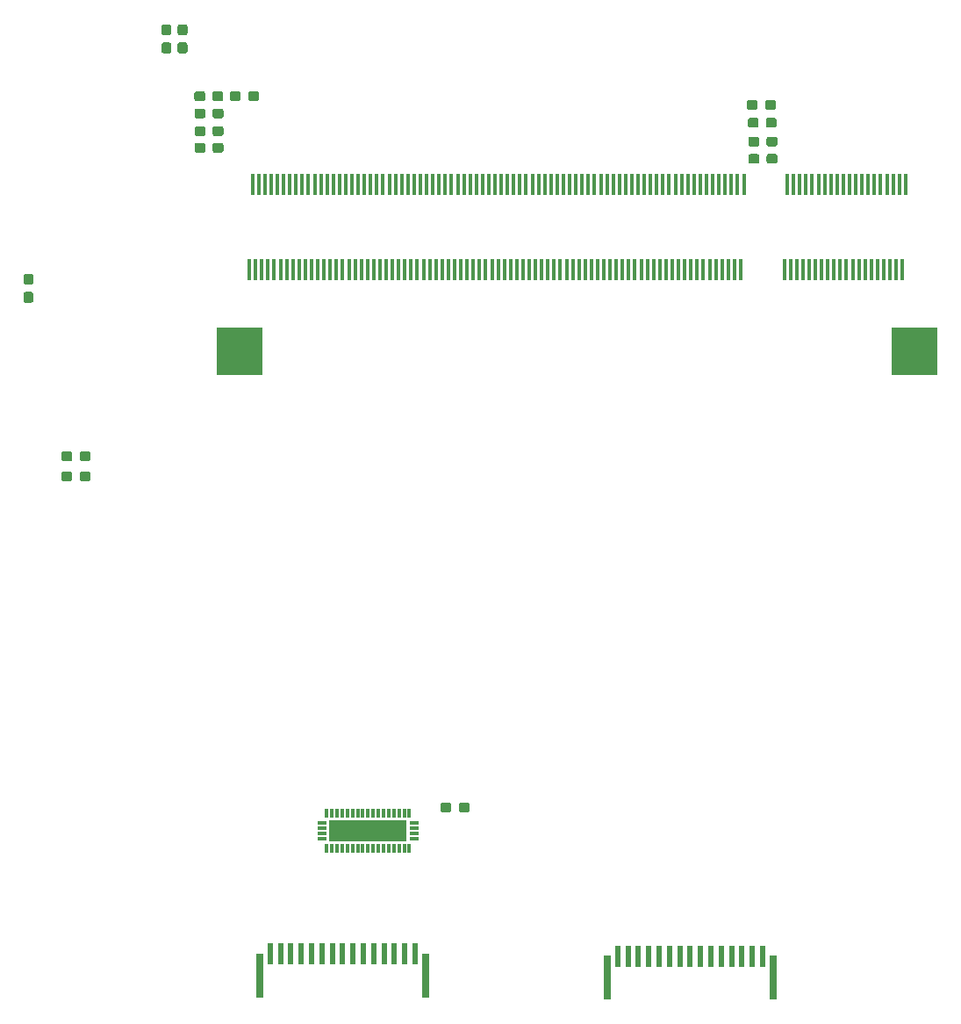
<source format=gbr>
%TF.GenerationSoftware,KiCad,Pcbnew,(5.0.1)-4*%
%TF.CreationDate,2019-03-02T12:31:19+00:00*%
%TF.ProjectId,camera module,63616D657261206D6F64756C652E6B69,rev?*%
%TF.SameCoordinates,Original*%
%TF.FileFunction,Paste,Top*%
%TF.FilePolarity,Positive*%
%FSLAX46Y46*%
G04 Gerber Fmt 4.6, Leading zero omitted, Abs format (unit mm)*
G04 Created by KiCad (PCBNEW (5.0.1)-4) date 02/03/2019 12:31:19*
%MOMM*%
%LPD*%
G01*
G04 APERTURE LIST*
%ADD10R,0.350000X2.000000*%
%ADD11R,4.500000X4.600000*%
%ADD12R,0.700000X4.200000*%
%ADD13R,0.600000X2.000000*%
%ADD14R,0.304800X0.812800*%
%ADD15R,0.812800X0.304800*%
%ADD16R,7.543800X2.057400*%
%ADD17C,0.100000*%
%ADD18C,0.950000*%
G04 APERTURE END LIST*
D10*
X136000000Y-54850000D03*
X135700000Y-63050000D03*
X135400000Y-54850000D03*
X135100000Y-63050000D03*
X134800000Y-54850000D03*
X134500000Y-63050000D03*
X134200000Y-54850000D03*
X133900000Y-63050000D03*
X133600000Y-54850000D03*
X133300000Y-63050000D03*
X133000000Y-54850000D03*
X132700000Y-63050000D03*
X132400000Y-54850000D03*
X132100000Y-63050000D03*
X131800000Y-54850000D03*
X131500000Y-63050000D03*
X131200000Y-54850000D03*
X130900000Y-63050000D03*
X130600000Y-54850000D03*
X130300000Y-63050000D03*
X130000000Y-54850000D03*
X129700000Y-63050000D03*
X129400000Y-54850000D03*
X129100000Y-63050000D03*
X128800000Y-54850000D03*
X128500000Y-63050000D03*
X128200000Y-54850000D03*
X127900000Y-63050000D03*
X127600000Y-54850000D03*
X127300000Y-63050000D03*
X127000000Y-54850000D03*
X126700000Y-63050000D03*
X126400000Y-54850000D03*
X126100000Y-63050000D03*
X125800000Y-54850000D03*
X125500000Y-63050000D03*
X125200000Y-54850000D03*
X124900000Y-63050000D03*
X124600000Y-54850000D03*
X124300000Y-63050000D03*
X120400000Y-54850000D03*
X120100000Y-63050000D03*
X119800000Y-54850000D03*
X119500000Y-63050000D03*
X119200000Y-54850000D03*
X118900000Y-63050000D03*
X118600000Y-54850000D03*
X118300000Y-63050000D03*
X118000000Y-54850000D03*
X117700000Y-63050000D03*
X117400000Y-54850000D03*
X117100000Y-63050000D03*
X116800000Y-54850000D03*
X116500000Y-63050000D03*
X116200000Y-54850000D03*
X115900000Y-63050000D03*
X115600000Y-54850000D03*
X115300000Y-63050000D03*
X115000000Y-54850000D03*
X114700000Y-63050000D03*
X114400000Y-54850000D03*
X114100000Y-63050000D03*
X113800000Y-54850000D03*
X113500000Y-63050000D03*
X113200000Y-54850000D03*
X112900000Y-63050000D03*
X112600000Y-54850000D03*
X112300000Y-63050000D03*
X112000000Y-54850000D03*
X111700000Y-63050000D03*
X111400000Y-54850000D03*
X111100000Y-63050000D03*
X110800000Y-54850000D03*
X110500000Y-63050000D03*
X110200000Y-54850000D03*
X109900000Y-63050000D03*
X109600000Y-54850000D03*
X109300000Y-63050000D03*
X109000000Y-54850000D03*
X108700000Y-63050000D03*
X108400000Y-54850000D03*
X108100000Y-63050000D03*
X107800000Y-54850000D03*
X107500000Y-63050000D03*
X107200000Y-54850000D03*
X106900000Y-63050000D03*
X106600000Y-54850000D03*
X106300000Y-63050000D03*
X106000000Y-54850000D03*
X105700000Y-63050000D03*
X105400000Y-54850000D03*
X105100000Y-63050000D03*
X104800000Y-54850000D03*
X104500000Y-63050000D03*
X104200000Y-54850000D03*
X103900000Y-63050000D03*
X103600000Y-54850000D03*
X103300000Y-63050000D03*
X103000000Y-54850000D03*
X102700000Y-63050000D03*
X102400000Y-54850000D03*
X102100000Y-63050000D03*
X101800000Y-54850000D03*
X101500000Y-63050000D03*
X101200000Y-54850000D03*
X100900000Y-63050000D03*
X100600000Y-54850000D03*
X100300000Y-63050000D03*
X100000000Y-54850000D03*
X99700000Y-63050000D03*
X99400000Y-54850000D03*
X99100000Y-63050000D03*
X98800000Y-54850000D03*
X98500000Y-63050000D03*
X98200000Y-54850000D03*
X97900000Y-63050000D03*
X97600000Y-54850000D03*
X97300000Y-63050000D03*
X97000000Y-54850000D03*
X96700000Y-63050000D03*
X96400000Y-54850000D03*
X96100000Y-63050000D03*
X95800000Y-54850000D03*
X95500000Y-63050000D03*
X95200000Y-54850000D03*
X94900000Y-63050000D03*
X94600000Y-54850000D03*
X94300000Y-63050000D03*
X94000000Y-54850000D03*
X93700000Y-63050000D03*
X93400000Y-54850000D03*
X93100000Y-63050000D03*
X92800000Y-54850000D03*
X92500000Y-63050000D03*
X92200000Y-54850000D03*
X91900000Y-63050000D03*
X91600000Y-54850000D03*
X91300000Y-63050000D03*
X91000000Y-54850000D03*
X90700000Y-63050000D03*
X90400000Y-54850000D03*
X90100000Y-63050000D03*
X89800000Y-54850000D03*
X89500000Y-63050000D03*
X89200000Y-54850000D03*
X88900000Y-63050000D03*
X88600000Y-54850000D03*
X88300000Y-63050000D03*
X88000000Y-54850000D03*
X87700000Y-63050000D03*
X87400000Y-54850000D03*
X87100000Y-63050000D03*
X86800000Y-54850000D03*
X86500000Y-63050000D03*
X86200000Y-54850000D03*
X85900000Y-63050000D03*
X85600000Y-54850000D03*
X85300000Y-63050000D03*
X85000000Y-54850000D03*
X84700000Y-63050000D03*
X84400000Y-54850000D03*
X84100000Y-63050000D03*
X83800000Y-54850000D03*
X83500000Y-63050000D03*
X83200000Y-54850000D03*
X82900000Y-63050000D03*
X82600000Y-54850000D03*
X82300000Y-63050000D03*
X82000000Y-54850000D03*
X81700000Y-63050000D03*
X81400000Y-54850000D03*
X81100000Y-63050000D03*
X80800000Y-54850000D03*
X80500000Y-63050000D03*
X80200000Y-54850000D03*
X79900000Y-63050000D03*
X79600000Y-54850000D03*
X79300000Y-63050000D03*
X79000000Y-54850000D03*
X78700000Y-63050000D03*
X78400000Y-54850000D03*
X78100000Y-63050000D03*
X77800000Y-54850000D03*
X77500000Y-63050000D03*
X77200000Y-54850000D03*
X76900000Y-63050000D03*
X76600000Y-54850000D03*
X76300000Y-63050000D03*
X76000000Y-54850000D03*
X75700000Y-63050000D03*
X75400000Y-54850000D03*
X75100000Y-63050000D03*
X74800000Y-54850000D03*
X74500000Y-63050000D03*
X74200000Y-54850000D03*
X73900000Y-63050000D03*
X73600000Y-54850000D03*
X73300000Y-63050000D03*
X73000000Y-54850000D03*
X72700000Y-63050000D03*
D11*
X71800000Y-70950000D03*
X136900000Y-70950000D03*
D12*
X89700000Y-131125000D03*
X73700000Y-131125000D03*
D13*
X88700000Y-129025000D03*
X87700000Y-129025000D03*
X86700000Y-129025000D03*
X85700000Y-129025000D03*
X84700000Y-129025000D03*
X83700000Y-129025000D03*
X82700000Y-129025000D03*
X81700000Y-129025000D03*
X80700000Y-129025000D03*
X79700000Y-129025000D03*
X78700000Y-129025000D03*
X77700000Y-129025000D03*
X76700000Y-129025000D03*
X75700000Y-129025000D03*
X74700000Y-129025000D03*
D14*
X88137800Y-115423200D03*
X87655200Y-115423200D03*
X87147200Y-115423200D03*
X86639200Y-115423200D03*
X86156600Y-115423200D03*
X85648600Y-115423200D03*
X85140600Y-115423200D03*
X84658000Y-115423200D03*
X84150000Y-115423200D03*
X83642000Y-115423200D03*
X83159400Y-115423200D03*
X82651400Y-115423200D03*
X82143400Y-115423200D03*
X81660800Y-115423200D03*
X81152800Y-115423200D03*
X80644800Y-115423200D03*
X80162200Y-115423200D03*
D15*
X79705000Y-116363000D03*
X79705000Y-116871000D03*
X79705000Y-117379000D03*
X79705000Y-117887000D03*
D14*
X80162200Y-118826800D03*
X80644800Y-118826800D03*
X81152800Y-118826800D03*
X81660800Y-118826800D03*
X82143400Y-118826800D03*
X82651400Y-118826800D03*
X83159400Y-118826800D03*
X83642000Y-118826800D03*
X84150000Y-118826800D03*
X84658000Y-118826800D03*
X85140600Y-118826800D03*
X85648600Y-118826800D03*
X86156600Y-118826800D03*
X86639200Y-118826800D03*
X87147200Y-118826800D03*
X87655200Y-118826800D03*
X88137800Y-118826800D03*
D15*
X88595000Y-117887000D03*
X88595000Y-117379000D03*
X88595000Y-116871000D03*
X88595000Y-116363000D03*
D16*
X84150000Y-117125000D03*
D17*
G36*
X68235779Y-47516144D02*
X68258834Y-47519563D01*
X68281443Y-47525227D01*
X68303387Y-47533079D01*
X68324457Y-47543044D01*
X68344448Y-47555026D01*
X68363168Y-47568910D01*
X68380438Y-47584562D01*
X68396090Y-47601832D01*
X68409974Y-47620552D01*
X68421956Y-47640543D01*
X68431921Y-47661613D01*
X68439773Y-47683557D01*
X68445437Y-47706166D01*
X68448856Y-47729221D01*
X68450000Y-47752500D01*
X68450000Y-48227500D01*
X68448856Y-48250779D01*
X68445437Y-48273834D01*
X68439773Y-48296443D01*
X68431921Y-48318387D01*
X68421956Y-48339457D01*
X68409974Y-48359448D01*
X68396090Y-48378168D01*
X68380438Y-48395438D01*
X68363168Y-48411090D01*
X68344448Y-48424974D01*
X68324457Y-48436956D01*
X68303387Y-48446921D01*
X68281443Y-48454773D01*
X68258834Y-48460437D01*
X68235779Y-48463856D01*
X68212500Y-48465000D01*
X67637500Y-48465000D01*
X67614221Y-48463856D01*
X67591166Y-48460437D01*
X67568557Y-48454773D01*
X67546613Y-48446921D01*
X67525543Y-48436956D01*
X67505552Y-48424974D01*
X67486832Y-48411090D01*
X67469562Y-48395438D01*
X67453910Y-48378168D01*
X67440026Y-48359448D01*
X67428044Y-48339457D01*
X67418079Y-48318387D01*
X67410227Y-48296443D01*
X67404563Y-48273834D01*
X67401144Y-48250779D01*
X67400000Y-48227500D01*
X67400000Y-47752500D01*
X67401144Y-47729221D01*
X67404563Y-47706166D01*
X67410227Y-47683557D01*
X67418079Y-47661613D01*
X67428044Y-47640543D01*
X67440026Y-47620552D01*
X67453910Y-47601832D01*
X67469562Y-47584562D01*
X67486832Y-47568910D01*
X67505552Y-47555026D01*
X67525543Y-47543044D01*
X67546613Y-47533079D01*
X67568557Y-47525227D01*
X67591166Y-47519563D01*
X67614221Y-47516144D01*
X67637500Y-47515000D01*
X68212500Y-47515000D01*
X68235779Y-47516144D01*
X68235779Y-47516144D01*
G37*
D18*
X67925000Y-47990000D03*
D17*
G36*
X69985779Y-47516144D02*
X70008834Y-47519563D01*
X70031443Y-47525227D01*
X70053387Y-47533079D01*
X70074457Y-47543044D01*
X70094448Y-47555026D01*
X70113168Y-47568910D01*
X70130438Y-47584562D01*
X70146090Y-47601832D01*
X70159974Y-47620552D01*
X70171956Y-47640543D01*
X70181921Y-47661613D01*
X70189773Y-47683557D01*
X70195437Y-47706166D01*
X70198856Y-47729221D01*
X70200000Y-47752500D01*
X70200000Y-48227500D01*
X70198856Y-48250779D01*
X70195437Y-48273834D01*
X70189773Y-48296443D01*
X70181921Y-48318387D01*
X70171956Y-48339457D01*
X70159974Y-48359448D01*
X70146090Y-48378168D01*
X70130438Y-48395438D01*
X70113168Y-48411090D01*
X70094448Y-48424974D01*
X70074457Y-48436956D01*
X70053387Y-48446921D01*
X70031443Y-48454773D01*
X70008834Y-48460437D01*
X69985779Y-48463856D01*
X69962500Y-48465000D01*
X69387500Y-48465000D01*
X69364221Y-48463856D01*
X69341166Y-48460437D01*
X69318557Y-48454773D01*
X69296613Y-48446921D01*
X69275543Y-48436956D01*
X69255552Y-48424974D01*
X69236832Y-48411090D01*
X69219562Y-48395438D01*
X69203910Y-48378168D01*
X69190026Y-48359448D01*
X69178044Y-48339457D01*
X69168079Y-48318387D01*
X69160227Y-48296443D01*
X69154563Y-48273834D01*
X69151144Y-48250779D01*
X69150000Y-48227500D01*
X69150000Y-47752500D01*
X69151144Y-47729221D01*
X69154563Y-47706166D01*
X69160227Y-47683557D01*
X69168079Y-47661613D01*
X69178044Y-47640543D01*
X69190026Y-47620552D01*
X69203910Y-47601832D01*
X69219562Y-47584562D01*
X69236832Y-47568910D01*
X69255552Y-47555026D01*
X69275543Y-47543044D01*
X69296613Y-47533079D01*
X69318557Y-47525227D01*
X69341166Y-47519563D01*
X69364221Y-47516144D01*
X69387500Y-47515000D01*
X69962500Y-47515000D01*
X69985779Y-47516144D01*
X69985779Y-47516144D01*
G37*
D18*
X69675000Y-47990000D03*
D17*
G36*
X71660779Y-45851144D02*
X71683834Y-45854563D01*
X71706443Y-45860227D01*
X71728387Y-45868079D01*
X71749457Y-45878044D01*
X71769448Y-45890026D01*
X71788168Y-45903910D01*
X71805438Y-45919562D01*
X71821090Y-45936832D01*
X71834974Y-45955552D01*
X71846956Y-45975543D01*
X71856921Y-45996613D01*
X71864773Y-46018557D01*
X71870437Y-46041166D01*
X71873856Y-46064221D01*
X71875000Y-46087500D01*
X71875000Y-46562500D01*
X71873856Y-46585779D01*
X71870437Y-46608834D01*
X71864773Y-46631443D01*
X71856921Y-46653387D01*
X71846956Y-46674457D01*
X71834974Y-46694448D01*
X71821090Y-46713168D01*
X71805438Y-46730438D01*
X71788168Y-46746090D01*
X71769448Y-46759974D01*
X71749457Y-46771956D01*
X71728387Y-46781921D01*
X71706443Y-46789773D01*
X71683834Y-46795437D01*
X71660779Y-46798856D01*
X71637500Y-46800000D01*
X71062500Y-46800000D01*
X71039221Y-46798856D01*
X71016166Y-46795437D01*
X70993557Y-46789773D01*
X70971613Y-46781921D01*
X70950543Y-46771956D01*
X70930552Y-46759974D01*
X70911832Y-46746090D01*
X70894562Y-46730438D01*
X70878910Y-46713168D01*
X70865026Y-46694448D01*
X70853044Y-46674457D01*
X70843079Y-46653387D01*
X70835227Y-46631443D01*
X70829563Y-46608834D01*
X70826144Y-46585779D01*
X70825000Y-46562500D01*
X70825000Y-46087500D01*
X70826144Y-46064221D01*
X70829563Y-46041166D01*
X70835227Y-46018557D01*
X70843079Y-45996613D01*
X70853044Y-45975543D01*
X70865026Y-45955552D01*
X70878910Y-45936832D01*
X70894562Y-45919562D01*
X70911832Y-45903910D01*
X70930552Y-45890026D01*
X70950543Y-45878044D01*
X70971613Y-45868079D01*
X70993557Y-45860227D01*
X71016166Y-45854563D01*
X71039221Y-45851144D01*
X71062500Y-45850000D01*
X71637500Y-45850000D01*
X71660779Y-45851144D01*
X71660779Y-45851144D01*
G37*
D18*
X71350000Y-46325000D03*
D17*
G36*
X73410779Y-45851144D02*
X73433834Y-45854563D01*
X73456443Y-45860227D01*
X73478387Y-45868079D01*
X73499457Y-45878044D01*
X73519448Y-45890026D01*
X73538168Y-45903910D01*
X73555438Y-45919562D01*
X73571090Y-45936832D01*
X73584974Y-45955552D01*
X73596956Y-45975543D01*
X73606921Y-45996613D01*
X73614773Y-46018557D01*
X73620437Y-46041166D01*
X73623856Y-46064221D01*
X73625000Y-46087500D01*
X73625000Y-46562500D01*
X73623856Y-46585779D01*
X73620437Y-46608834D01*
X73614773Y-46631443D01*
X73606921Y-46653387D01*
X73596956Y-46674457D01*
X73584974Y-46694448D01*
X73571090Y-46713168D01*
X73555438Y-46730438D01*
X73538168Y-46746090D01*
X73519448Y-46759974D01*
X73499457Y-46771956D01*
X73478387Y-46781921D01*
X73456443Y-46789773D01*
X73433834Y-46795437D01*
X73410779Y-46798856D01*
X73387500Y-46800000D01*
X72812500Y-46800000D01*
X72789221Y-46798856D01*
X72766166Y-46795437D01*
X72743557Y-46789773D01*
X72721613Y-46781921D01*
X72700543Y-46771956D01*
X72680552Y-46759974D01*
X72661832Y-46746090D01*
X72644562Y-46730438D01*
X72628910Y-46713168D01*
X72615026Y-46694448D01*
X72603044Y-46674457D01*
X72593079Y-46653387D01*
X72585227Y-46631443D01*
X72579563Y-46608834D01*
X72576144Y-46585779D01*
X72575000Y-46562500D01*
X72575000Y-46087500D01*
X72576144Y-46064221D01*
X72579563Y-46041166D01*
X72585227Y-46018557D01*
X72593079Y-45996613D01*
X72603044Y-45975543D01*
X72615026Y-45955552D01*
X72628910Y-45936832D01*
X72644562Y-45919562D01*
X72661832Y-45903910D01*
X72680552Y-45890026D01*
X72700543Y-45878044D01*
X72721613Y-45868079D01*
X72743557Y-45860227D01*
X72766166Y-45854563D01*
X72789221Y-45851144D01*
X72812500Y-45850000D01*
X73387500Y-45850000D01*
X73410779Y-45851144D01*
X73410779Y-45851144D01*
G37*
D18*
X73100000Y-46325000D03*
D17*
G36*
X121530779Y-46686144D02*
X121553834Y-46689563D01*
X121576443Y-46695227D01*
X121598387Y-46703079D01*
X121619457Y-46713044D01*
X121639448Y-46725026D01*
X121658168Y-46738910D01*
X121675438Y-46754562D01*
X121691090Y-46771832D01*
X121704974Y-46790552D01*
X121716956Y-46810543D01*
X121726921Y-46831613D01*
X121734773Y-46853557D01*
X121740437Y-46876166D01*
X121743856Y-46899221D01*
X121745000Y-46922500D01*
X121745000Y-47397500D01*
X121743856Y-47420779D01*
X121740437Y-47443834D01*
X121734773Y-47466443D01*
X121726921Y-47488387D01*
X121716956Y-47509457D01*
X121704974Y-47529448D01*
X121691090Y-47548168D01*
X121675438Y-47565438D01*
X121658168Y-47581090D01*
X121639448Y-47594974D01*
X121619457Y-47606956D01*
X121598387Y-47616921D01*
X121576443Y-47624773D01*
X121553834Y-47630437D01*
X121530779Y-47633856D01*
X121507500Y-47635000D01*
X120932500Y-47635000D01*
X120909221Y-47633856D01*
X120886166Y-47630437D01*
X120863557Y-47624773D01*
X120841613Y-47616921D01*
X120820543Y-47606956D01*
X120800552Y-47594974D01*
X120781832Y-47581090D01*
X120764562Y-47565438D01*
X120748910Y-47548168D01*
X120735026Y-47529448D01*
X120723044Y-47509457D01*
X120713079Y-47488387D01*
X120705227Y-47466443D01*
X120699563Y-47443834D01*
X120696144Y-47420779D01*
X120695000Y-47397500D01*
X120695000Y-46922500D01*
X120696144Y-46899221D01*
X120699563Y-46876166D01*
X120705227Y-46853557D01*
X120713079Y-46831613D01*
X120723044Y-46810543D01*
X120735026Y-46790552D01*
X120748910Y-46771832D01*
X120764562Y-46754562D01*
X120781832Y-46738910D01*
X120800552Y-46725026D01*
X120820543Y-46713044D01*
X120841613Y-46703079D01*
X120863557Y-46695227D01*
X120886166Y-46689563D01*
X120909221Y-46686144D01*
X120932500Y-46685000D01*
X121507500Y-46685000D01*
X121530779Y-46686144D01*
X121530779Y-46686144D01*
G37*
D18*
X121220000Y-47160000D03*
D17*
G36*
X123280779Y-46686144D02*
X123303834Y-46689563D01*
X123326443Y-46695227D01*
X123348387Y-46703079D01*
X123369457Y-46713044D01*
X123389448Y-46725026D01*
X123408168Y-46738910D01*
X123425438Y-46754562D01*
X123441090Y-46771832D01*
X123454974Y-46790552D01*
X123466956Y-46810543D01*
X123476921Y-46831613D01*
X123484773Y-46853557D01*
X123490437Y-46876166D01*
X123493856Y-46899221D01*
X123495000Y-46922500D01*
X123495000Y-47397500D01*
X123493856Y-47420779D01*
X123490437Y-47443834D01*
X123484773Y-47466443D01*
X123476921Y-47488387D01*
X123466956Y-47509457D01*
X123454974Y-47529448D01*
X123441090Y-47548168D01*
X123425438Y-47565438D01*
X123408168Y-47581090D01*
X123389448Y-47594974D01*
X123369457Y-47606956D01*
X123348387Y-47616921D01*
X123326443Y-47624773D01*
X123303834Y-47630437D01*
X123280779Y-47633856D01*
X123257500Y-47635000D01*
X122682500Y-47635000D01*
X122659221Y-47633856D01*
X122636166Y-47630437D01*
X122613557Y-47624773D01*
X122591613Y-47616921D01*
X122570543Y-47606956D01*
X122550552Y-47594974D01*
X122531832Y-47581090D01*
X122514562Y-47565438D01*
X122498910Y-47548168D01*
X122485026Y-47529448D01*
X122473044Y-47509457D01*
X122463079Y-47488387D01*
X122455227Y-47466443D01*
X122449563Y-47443834D01*
X122446144Y-47420779D01*
X122445000Y-47397500D01*
X122445000Y-46922500D01*
X122446144Y-46899221D01*
X122449563Y-46876166D01*
X122455227Y-46853557D01*
X122463079Y-46831613D01*
X122473044Y-46810543D01*
X122485026Y-46790552D01*
X122498910Y-46771832D01*
X122514562Y-46754562D01*
X122531832Y-46738910D01*
X122550552Y-46725026D01*
X122570543Y-46713044D01*
X122591613Y-46703079D01*
X122613557Y-46695227D01*
X122636166Y-46689563D01*
X122659221Y-46686144D01*
X122682500Y-46685000D01*
X123257500Y-46685000D01*
X123280779Y-46686144D01*
X123280779Y-46686144D01*
G37*
D18*
X122970000Y-47160000D03*
D17*
G36*
X121680779Y-51896144D02*
X121703834Y-51899563D01*
X121726443Y-51905227D01*
X121748387Y-51913079D01*
X121769457Y-51923044D01*
X121789448Y-51935026D01*
X121808168Y-51948910D01*
X121825438Y-51964562D01*
X121841090Y-51981832D01*
X121854974Y-52000552D01*
X121866956Y-52020543D01*
X121876921Y-52041613D01*
X121884773Y-52063557D01*
X121890437Y-52086166D01*
X121893856Y-52109221D01*
X121895000Y-52132500D01*
X121895000Y-52607500D01*
X121893856Y-52630779D01*
X121890437Y-52653834D01*
X121884773Y-52676443D01*
X121876921Y-52698387D01*
X121866956Y-52719457D01*
X121854974Y-52739448D01*
X121841090Y-52758168D01*
X121825438Y-52775438D01*
X121808168Y-52791090D01*
X121789448Y-52804974D01*
X121769457Y-52816956D01*
X121748387Y-52826921D01*
X121726443Y-52834773D01*
X121703834Y-52840437D01*
X121680779Y-52843856D01*
X121657500Y-52845000D01*
X121082500Y-52845000D01*
X121059221Y-52843856D01*
X121036166Y-52840437D01*
X121013557Y-52834773D01*
X120991613Y-52826921D01*
X120970543Y-52816956D01*
X120950552Y-52804974D01*
X120931832Y-52791090D01*
X120914562Y-52775438D01*
X120898910Y-52758168D01*
X120885026Y-52739448D01*
X120873044Y-52719457D01*
X120863079Y-52698387D01*
X120855227Y-52676443D01*
X120849563Y-52653834D01*
X120846144Y-52630779D01*
X120845000Y-52607500D01*
X120845000Y-52132500D01*
X120846144Y-52109221D01*
X120849563Y-52086166D01*
X120855227Y-52063557D01*
X120863079Y-52041613D01*
X120873044Y-52020543D01*
X120885026Y-52000552D01*
X120898910Y-51981832D01*
X120914562Y-51964562D01*
X120931832Y-51948910D01*
X120950552Y-51935026D01*
X120970543Y-51923044D01*
X120991613Y-51913079D01*
X121013557Y-51905227D01*
X121036166Y-51899563D01*
X121059221Y-51896144D01*
X121082500Y-51895000D01*
X121657500Y-51895000D01*
X121680779Y-51896144D01*
X121680779Y-51896144D01*
G37*
D18*
X121370000Y-52370000D03*
D17*
G36*
X123430779Y-51896144D02*
X123453834Y-51899563D01*
X123476443Y-51905227D01*
X123498387Y-51913079D01*
X123519457Y-51923044D01*
X123539448Y-51935026D01*
X123558168Y-51948910D01*
X123575438Y-51964562D01*
X123591090Y-51981832D01*
X123604974Y-52000552D01*
X123616956Y-52020543D01*
X123626921Y-52041613D01*
X123634773Y-52063557D01*
X123640437Y-52086166D01*
X123643856Y-52109221D01*
X123645000Y-52132500D01*
X123645000Y-52607500D01*
X123643856Y-52630779D01*
X123640437Y-52653834D01*
X123634773Y-52676443D01*
X123626921Y-52698387D01*
X123616956Y-52719457D01*
X123604974Y-52739448D01*
X123591090Y-52758168D01*
X123575438Y-52775438D01*
X123558168Y-52791090D01*
X123539448Y-52804974D01*
X123519457Y-52816956D01*
X123498387Y-52826921D01*
X123476443Y-52834773D01*
X123453834Y-52840437D01*
X123430779Y-52843856D01*
X123407500Y-52845000D01*
X122832500Y-52845000D01*
X122809221Y-52843856D01*
X122786166Y-52840437D01*
X122763557Y-52834773D01*
X122741613Y-52826921D01*
X122720543Y-52816956D01*
X122700552Y-52804974D01*
X122681832Y-52791090D01*
X122664562Y-52775438D01*
X122648910Y-52758168D01*
X122635026Y-52739448D01*
X122623044Y-52719457D01*
X122613079Y-52698387D01*
X122605227Y-52676443D01*
X122599563Y-52653834D01*
X122596144Y-52630779D01*
X122595000Y-52607500D01*
X122595000Y-52132500D01*
X122596144Y-52109221D01*
X122599563Y-52086166D01*
X122605227Y-52063557D01*
X122613079Y-52041613D01*
X122623044Y-52020543D01*
X122635026Y-52000552D01*
X122648910Y-51981832D01*
X122664562Y-51964562D01*
X122681832Y-51948910D01*
X122700552Y-51935026D01*
X122720543Y-51923044D01*
X122741613Y-51913079D01*
X122763557Y-51905227D01*
X122786166Y-51899563D01*
X122809221Y-51896144D01*
X122832500Y-51895000D01*
X123407500Y-51895000D01*
X123430779Y-51896144D01*
X123430779Y-51896144D01*
G37*
D18*
X123120000Y-52370000D03*
D17*
G36*
X64960779Y-39401144D02*
X64983834Y-39404563D01*
X65006443Y-39410227D01*
X65028387Y-39418079D01*
X65049457Y-39428044D01*
X65069448Y-39440026D01*
X65088168Y-39453910D01*
X65105438Y-39469562D01*
X65121090Y-39486832D01*
X65134974Y-39505552D01*
X65146956Y-39525543D01*
X65156921Y-39546613D01*
X65164773Y-39568557D01*
X65170437Y-39591166D01*
X65173856Y-39614221D01*
X65175000Y-39637500D01*
X65175000Y-40212500D01*
X65173856Y-40235779D01*
X65170437Y-40258834D01*
X65164773Y-40281443D01*
X65156921Y-40303387D01*
X65146956Y-40324457D01*
X65134974Y-40344448D01*
X65121090Y-40363168D01*
X65105438Y-40380438D01*
X65088168Y-40396090D01*
X65069448Y-40409974D01*
X65049457Y-40421956D01*
X65028387Y-40431921D01*
X65006443Y-40439773D01*
X64983834Y-40445437D01*
X64960779Y-40448856D01*
X64937500Y-40450000D01*
X64462500Y-40450000D01*
X64439221Y-40448856D01*
X64416166Y-40445437D01*
X64393557Y-40439773D01*
X64371613Y-40431921D01*
X64350543Y-40421956D01*
X64330552Y-40409974D01*
X64311832Y-40396090D01*
X64294562Y-40380438D01*
X64278910Y-40363168D01*
X64265026Y-40344448D01*
X64253044Y-40324457D01*
X64243079Y-40303387D01*
X64235227Y-40281443D01*
X64229563Y-40258834D01*
X64226144Y-40235779D01*
X64225000Y-40212500D01*
X64225000Y-39637500D01*
X64226144Y-39614221D01*
X64229563Y-39591166D01*
X64235227Y-39568557D01*
X64243079Y-39546613D01*
X64253044Y-39525543D01*
X64265026Y-39505552D01*
X64278910Y-39486832D01*
X64294562Y-39469562D01*
X64311832Y-39453910D01*
X64330552Y-39440026D01*
X64350543Y-39428044D01*
X64371613Y-39418079D01*
X64393557Y-39410227D01*
X64416166Y-39404563D01*
X64439221Y-39401144D01*
X64462500Y-39400000D01*
X64937500Y-39400000D01*
X64960779Y-39401144D01*
X64960779Y-39401144D01*
G37*
D18*
X64700000Y-39925000D03*
D17*
G36*
X64960779Y-41151144D02*
X64983834Y-41154563D01*
X65006443Y-41160227D01*
X65028387Y-41168079D01*
X65049457Y-41178044D01*
X65069448Y-41190026D01*
X65088168Y-41203910D01*
X65105438Y-41219562D01*
X65121090Y-41236832D01*
X65134974Y-41255552D01*
X65146956Y-41275543D01*
X65156921Y-41296613D01*
X65164773Y-41318557D01*
X65170437Y-41341166D01*
X65173856Y-41364221D01*
X65175000Y-41387500D01*
X65175000Y-41962500D01*
X65173856Y-41985779D01*
X65170437Y-42008834D01*
X65164773Y-42031443D01*
X65156921Y-42053387D01*
X65146956Y-42074457D01*
X65134974Y-42094448D01*
X65121090Y-42113168D01*
X65105438Y-42130438D01*
X65088168Y-42146090D01*
X65069448Y-42159974D01*
X65049457Y-42171956D01*
X65028387Y-42181921D01*
X65006443Y-42189773D01*
X64983834Y-42195437D01*
X64960779Y-42198856D01*
X64937500Y-42200000D01*
X64462500Y-42200000D01*
X64439221Y-42198856D01*
X64416166Y-42195437D01*
X64393557Y-42189773D01*
X64371613Y-42181921D01*
X64350543Y-42171956D01*
X64330552Y-42159974D01*
X64311832Y-42146090D01*
X64294562Y-42130438D01*
X64278910Y-42113168D01*
X64265026Y-42094448D01*
X64253044Y-42074457D01*
X64243079Y-42053387D01*
X64235227Y-42031443D01*
X64229563Y-42008834D01*
X64226144Y-41985779D01*
X64225000Y-41962500D01*
X64225000Y-41387500D01*
X64226144Y-41364221D01*
X64229563Y-41341166D01*
X64235227Y-41318557D01*
X64243079Y-41296613D01*
X64253044Y-41275543D01*
X64265026Y-41255552D01*
X64278910Y-41236832D01*
X64294562Y-41219562D01*
X64311832Y-41203910D01*
X64330552Y-41190026D01*
X64350543Y-41178044D01*
X64371613Y-41168079D01*
X64393557Y-41160227D01*
X64416166Y-41154563D01*
X64439221Y-41151144D01*
X64462500Y-41150000D01*
X64937500Y-41150000D01*
X64960779Y-41151144D01*
X64960779Y-41151144D01*
G37*
D18*
X64700000Y-41675000D03*
D17*
G36*
X69985779Y-50826144D02*
X70008834Y-50829563D01*
X70031443Y-50835227D01*
X70053387Y-50843079D01*
X70074457Y-50853044D01*
X70094448Y-50865026D01*
X70113168Y-50878910D01*
X70130438Y-50894562D01*
X70146090Y-50911832D01*
X70159974Y-50930552D01*
X70171956Y-50950543D01*
X70181921Y-50971613D01*
X70189773Y-50993557D01*
X70195437Y-51016166D01*
X70198856Y-51039221D01*
X70200000Y-51062500D01*
X70200000Y-51537500D01*
X70198856Y-51560779D01*
X70195437Y-51583834D01*
X70189773Y-51606443D01*
X70181921Y-51628387D01*
X70171956Y-51649457D01*
X70159974Y-51669448D01*
X70146090Y-51688168D01*
X70130438Y-51705438D01*
X70113168Y-51721090D01*
X70094448Y-51734974D01*
X70074457Y-51746956D01*
X70053387Y-51756921D01*
X70031443Y-51764773D01*
X70008834Y-51770437D01*
X69985779Y-51773856D01*
X69962500Y-51775000D01*
X69387500Y-51775000D01*
X69364221Y-51773856D01*
X69341166Y-51770437D01*
X69318557Y-51764773D01*
X69296613Y-51756921D01*
X69275543Y-51746956D01*
X69255552Y-51734974D01*
X69236832Y-51721090D01*
X69219562Y-51705438D01*
X69203910Y-51688168D01*
X69190026Y-51669448D01*
X69178044Y-51649457D01*
X69168079Y-51628387D01*
X69160227Y-51606443D01*
X69154563Y-51583834D01*
X69151144Y-51560779D01*
X69150000Y-51537500D01*
X69150000Y-51062500D01*
X69151144Y-51039221D01*
X69154563Y-51016166D01*
X69160227Y-50993557D01*
X69168079Y-50971613D01*
X69178044Y-50950543D01*
X69190026Y-50930552D01*
X69203910Y-50911832D01*
X69219562Y-50894562D01*
X69236832Y-50878910D01*
X69255552Y-50865026D01*
X69275543Y-50853044D01*
X69296613Y-50843079D01*
X69318557Y-50835227D01*
X69341166Y-50829563D01*
X69364221Y-50826144D01*
X69387500Y-50825000D01*
X69962500Y-50825000D01*
X69985779Y-50826144D01*
X69985779Y-50826144D01*
G37*
D18*
X69675000Y-51300000D03*
D17*
G36*
X68235779Y-50826144D02*
X68258834Y-50829563D01*
X68281443Y-50835227D01*
X68303387Y-50843079D01*
X68324457Y-50853044D01*
X68344448Y-50865026D01*
X68363168Y-50878910D01*
X68380438Y-50894562D01*
X68396090Y-50911832D01*
X68409974Y-50930552D01*
X68421956Y-50950543D01*
X68431921Y-50971613D01*
X68439773Y-50993557D01*
X68445437Y-51016166D01*
X68448856Y-51039221D01*
X68450000Y-51062500D01*
X68450000Y-51537500D01*
X68448856Y-51560779D01*
X68445437Y-51583834D01*
X68439773Y-51606443D01*
X68431921Y-51628387D01*
X68421956Y-51649457D01*
X68409974Y-51669448D01*
X68396090Y-51688168D01*
X68380438Y-51705438D01*
X68363168Y-51721090D01*
X68344448Y-51734974D01*
X68324457Y-51746956D01*
X68303387Y-51756921D01*
X68281443Y-51764773D01*
X68258834Y-51770437D01*
X68235779Y-51773856D01*
X68212500Y-51775000D01*
X67637500Y-51775000D01*
X67614221Y-51773856D01*
X67591166Y-51770437D01*
X67568557Y-51764773D01*
X67546613Y-51756921D01*
X67525543Y-51746956D01*
X67505552Y-51734974D01*
X67486832Y-51721090D01*
X67469562Y-51705438D01*
X67453910Y-51688168D01*
X67440026Y-51669448D01*
X67428044Y-51649457D01*
X67418079Y-51628387D01*
X67410227Y-51606443D01*
X67404563Y-51583834D01*
X67401144Y-51560779D01*
X67400000Y-51537500D01*
X67400000Y-51062500D01*
X67401144Y-51039221D01*
X67404563Y-51016166D01*
X67410227Y-50993557D01*
X67418079Y-50971613D01*
X67428044Y-50950543D01*
X67440026Y-50930552D01*
X67453910Y-50911832D01*
X67469562Y-50894562D01*
X67486832Y-50878910D01*
X67505552Y-50865026D01*
X67525543Y-50853044D01*
X67546613Y-50843079D01*
X67568557Y-50835227D01*
X67591166Y-50829563D01*
X67614221Y-50826144D01*
X67637500Y-50825000D01*
X68212500Y-50825000D01*
X68235779Y-50826144D01*
X68235779Y-50826144D01*
G37*
D18*
X67925000Y-51300000D03*
D13*
X108225000Y-129225000D03*
X109225000Y-129225000D03*
X110225000Y-129225000D03*
X111225000Y-129225000D03*
X112225000Y-129225000D03*
X113225000Y-129225000D03*
X114225000Y-129225000D03*
X115225000Y-129225000D03*
X116225000Y-129225000D03*
X117225000Y-129225000D03*
X118225000Y-129225000D03*
X119225000Y-129225000D03*
X120225000Y-129225000D03*
X121225000Y-129225000D03*
X122225000Y-129225000D03*
D12*
X107225000Y-131325000D03*
X123225000Y-131325000D03*
D17*
G36*
X68220779Y-45856144D02*
X68243834Y-45859563D01*
X68266443Y-45865227D01*
X68288387Y-45873079D01*
X68309457Y-45883044D01*
X68329448Y-45895026D01*
X68348168Y-45908910D01*
X68365438Y-45924562D01*
X68381090Y-45941832D01*
X68394974Y-45960552D01*
X68406956Y-45980543D01*
X68416921Y-46001613D01*
X68424773Y-46023557D01*
X68430437Y-46046166D01*
X68433856Y-46069221D01*
X68435000Y-46092500D01*
X68435000Y-46567500D01*
X68433856Y-46590779D01*
X68430437Y-46613834D01*
X68424773Y-46636443D01*
X68416921Y-46658387D01*
X68406956Y-46679457D01*
X68394974Y-46699448D01*
X68381090Y-46718168D01*
X68365438Y-46735438D01*
X68348168Y-46751090D01*
X68329448Y-46764974D01*
X68309457Y-46776956D01*
X68288387Y-46786921D01*
X68266443Y-46794773D01*
X68243834Y-46800437D01*
X68220779Y-46803856D01*
X68197500Y-46805000D01*
X67622500Y-46805000D01*
X67599221Y-46803856D01*
X67576166Y-46800437D01*
X67553557Y-46794773D01*
X67531613Y-46786921D01*
X67510543Y-46776956D01*
X67490552Y-46764974D01*
X67471832Y-46751090D01*
X67454562Y-46735438D01*
X67438910Y-46718168D01*
X67425026Y-46699448D01*
X67413044Y-46679457D01*
X67403079Y-46658387D01*
X67395227Y-46636443D01*
X67389563Y-46613834D01*
X67386144Y-46590779D01*
X67385000Y-46567500D01*
X67385000Y-46092500D01*
X67386144Y-46069221D01*
X67389563Y-46046166D01*
X67395227Y-46023557D01*
X67403079Y-46001613D01*
X67413044Y-45980543D01*
X67425026Y-45960552D01*
X67438910Y-45941832D01*
X67454562Y-45924562D01*
X67471832Y-45908910D01*
X67490552Y-45895026D01*
X67510543Y-45883044D01*
X67531613Y-45873079D01*
X67553557Y-45865227D01*
X67576166Y-45859563D01*
X67599221Y-45856144D01*
X67622500Y-45855000D01*
X68197500Y-45855000D01*
X68220779Y-45856144D01*
X68220779Y-45856144D01*
G37*
D18*
X67910000Y-46330000D03*
D17*
G36*
X69970779Y-45856144D02*
X69993834Y-45859563D01*
X70016443Y-45865227D01*
X70038387Y-45873079D01*
X70059457Y-45883044D01*
X70079448Y-45895026D01*
X70098168Y-45908910D01*
X70115438Y-45924562D01*
X70131090Y-45941832D01*
X70144974Y-45960552D01*
X70156956Y-45980543D01*
X70166921Y-46001613D01*
X70174773Y-46023557D01*
X70180437Y-46046166D01*
X70183856Y-46069221D01*
X70185000Y-46092500D01*
X70185000Y-46567500D01*
X70183856Y-46590779D01*
X70180437Y-46613834D01*
X70174773Y-46636443D01*
X70166921Y-46658387D01*
X70156956Y-46679457D01*
X70144974Y-46699448D01*
X70131090Y-46718168D01*
X70115438Y-46735438D01*
X70098168Y-46751090D01*
X70079448Y-46764974D01*
X70059457Y-46776956D01*
X70038387Y-46786921D01*
X70016443Y-46794773D01*
X69993834Y-46800437D01*
X69970779Y-46803856D01*
X69947500Y-46805000D01*
X69372500Y-46805000D01*
X69349221Y-46803856D01*
X69326166Y-46800437D01*
X69303557Y-46794773D01*
X69281613Y-46786921D01*
X69260543Y-46776956D01*
X69240552Y-46764974D01*
X69221832Y-46751090D01*
X69204562Y-46735438D01*
X69188910Y-46718168D01*
X69175026Y-46699448D01*
X69163044Y-46679457D01*
X69153079Y-46658387D01*
X69145227Y-46636443D01*
X69139563Y-46613834D01*
X69136144Y-46590779D01*
X69135000Y-46567500D01*
X69135000Y-46092500D01*
X69136144Y-46069221D01*
X69139563Y-46046166D01*
X69145227Y-46023557D01*
X69153079Y-46001613D01*
X69163044Y-45980543D01*
X69175026Y-45960552D01*
X69188910Y-45941832D01*
X69204562Y-45924562D01*
X69221832Y-45908910D01*
X69240552Y-45895026D01*
X69260543Y-45883044D01*
X69281613Y-45873079D01*
X69303557Y-45865227D01*
X69326166Y-45859563D01*
X69349221Y-45856144D01*
X69372500Y-45855000D01*
X69947500Y-45855000D01*
X69970779Y-45856144D01*
X69970779Y-45856144D01*
G37*
D18*
X69660000Y-46330000D03*
D17*
G36*
X121610779Y-48426144D02*
X121633834Y-48429563D01*
X121656443Y-48435227D01*
X121678387Y-48443079D01*
X121699457Y-48453044D01*
X121719448Y-48465026D01*
X121738168Y-48478910D01*
X121755438Y-48494562D01*
X121771090Y-48511832D01*
X121784974Y-48530552D01*
X121796956Y-48550543D01*
X121806921Y-48571613D01*
X121814773Y-48593557D01*
X121820437Y-48616166D01*
X121823856Y-48639221D01*
X121825000Y-48662500D01*
X121825000Y-49137500D01*
X121823856Y-49160779D01*
X121820437Y-49183834D01*
X121814773Y-49206443D01*
X121806921Y-49228387D01*
X121796956Y-49249457D01*
X121784974Y-49269448D01*
X121771090Y-49288168D01*
X121755438Y-49305438D01*
X121738168Y-49321090D01*
X121719448Y-49334974D01*
X121699457Y-49346956D01*
X121678387Y-49356921D01*
X121656443Y-49364773D01*
X121633834Y-49370437D01*
X121610779Y-49373856D01*
X121587500Y-49375000D01*
X121012500Y-49375000D01*
X120989221Y-49373856D01*
X120966166Y-49370437D01*
X120943557Y-49364773D01*
X120921613Y-49356921D01*
X120900543Y-49346956D01*
X120880552Y-49334974D01*
X120861832Y-49321090D01*
X120844562Y-49305438D01*
X120828910Y-49288168D01*
X120815026Y-49269448D01*
X120803044Y-49249457D01*
X120793079Y-49228387D01*
X120785227Y-49206443D01*
X120779563Y-49183834D01*
X120776144Y-49160779D01*
X120775000Y-49137500D01*
X120775000Y-48662500D01*
X120776144Y-48639221D01*
X120779563Y-48616166D01*
X120785227Y-48593557D01*
X120793079Y-48571613D01*
X120803044Y-48550543D01*
X120815026Y-48530552D01*
X120828910Y-48511832D01*
X120844562Y-48494562D01*
X120861832Y-48478910D01*
X120880552Y-48465026D01*
X120900543Y-48453044D01*
X120921613Y-48443079D01*
X120943557Y-48435227D01*
X120966166Y-48429563D01*
X120989221Y-48426144D01*
X121012500Y-48425000D01*
X121587500Y-48425000D01*
X121610779Y-48426144D01*
X121610779Y-48426144D01*
G37*
D18*
X121300000Y-48900000D03*
D17*
G36*
X123360779Y-48426144D02*
X123383834Y-48429563D01*
X123406443Y-48435227D01*
X123428387Y-48443079D01*
X123449457Y-48453044D01*
X123469448Y-48465026D01*
X123488168Y-48478910D01*
X123505438Y-48494562D01*
X123521090Y-48511832D01*
X123534974Y-48530552D01*
X123546956Y-48550543D01*
X123556921Y-48571613D01*
X123564773Y-48593557D01*
X123570437Y-48616166D01*
X123573856Y-48639221D01*
X123575000Y-48662500D01*
X123575000Y-49137500D01*
X123573856Y-49160779D01*
X123570437Y-49183834D01*
X123564773Y-49206443D01*
X123556921Y-49228387D01*
X123546956Y-49249457D01*
X123534974Y-49269448D01*
X123521090Y-49288168D01*
X123505438Y-49305438D01*
X123488168Y-49321090D01*
X123469448Y-49334974D01*
X123449457Y-49346956D01*
X123428387Y-49356921D01*
X123406443Y-49364773D01*
X123383834Y-49370437D01*
X123360779Y-49373856D01*
X123337500Y-49375000D01*
X122762500Y-49375000D01*
X122739221Y-49373856D01*
X122716166Y-49370437D01*
X122693557Y-49364773D01*
X122671613Y-49356921D01*
X122650543Y-49346956D01*
X122630552Y-49334974D01*
X122611832Y-49321090D01*
X122594562Y-49305438D01*
X122578910Y-49288168D01*
X122565026Y-49269448D01*
X122553044Y-49249457D01*
X122543079Y-49228387D01*
X122535227Y-49206443D01*
X122529563Y-49183834D01*
X122526144Y-49160779D01*
X122525000Y-49137500D01*
X122525000Y-48662500D01*
X122526144Y-48639221D01*
X122529563Y-48616166D01*
X122535227Y-48593557D01*
X122543079Y-48571613D01*
X122553044Y-48550543D01*
X122565026Y-48530552D01*
X122578910Y-48511832D01*
X122594562Y-48494562D01*
X122611832Y-48478910D01*
X122630552Y-48465026D01*
X122650543Y-48453044D01*
X122671613Y-48443079D01*
X122693557Y-48435227D01*
X122716166Y-48429563D01*
X122739221Y-48426144D01*
X122762500Y-48425000D01*
X123337500Y-48425000D01*
X123360779Y-48426144D01*
X123360779Y-48426144D01*
G37*
D18*
X123050000Y-48900000D03*
D17*
G36*
X121670779Y-50226144D02*
X121693834Y-50229563D01*
X121716443Y-50235227D01*
X121738387Y-50243079D01*
X121759457Y-50253044D01*
X121779448Y-50265026D01*
X121798168Y-50278910D01*
X121815438Y-50294562D01*
X121831090Y-50311832D01*
X121844974Y-50330552D01*
X121856956Y-50350543D01*
X121866921Y-50371613D01*
X121874773Y-50393557D01*
X121880437Y-50416166D01*
X121883856Y-50439221D01*
X121885000Y-50462500D01*
X121885000Y-50937500D01*
X121883856Y-50960779D01*
X121880437Y-50983834D01*
X121874773Y-51006443D01*
X121866921Y-51028387D01*
X121856956Y-51049457D01*
X121844974Y-51069448D01*
X121831090Y-51088168D01*
X121815438Y-51105438D01*
X121798168Y-51121090D01*
X121779448Y-51134974D01*
X121759457Y-51146956D01*
X121738387Y-51156921D01*
X121716443Y-51164773D01*
X121693834Y-51170437D01*
X121670779Y-51173856D01*
X121647500Y-51175000D01*
X121072500Y-51175000D01*
X121049221Y-51173856D01*
X121026166Y-51170437D01*
X121003557Y-51164773D01*
X120981613Y-51156921D01*
X120960543Y-51146956D01*
X120940552Y-51134974D01*
X120921832Y-51121090D01*
X120904562Y-51105438D01*
X120888910Y-51088168D01*
X120875026Y-51069448D01*
X120863044Y-51049457D01*
X120853079Y-51028387D01*
X120845227Y-51006443D01*
X120839563Y-50983834D01*
X120836144Y-50960779D01*
X120835000Y-50937500D01*
X120835000Y-50462500D01*
X120836144Y-50439221D01*
X120839563Y-50416166D01*
X120845227Y-50393557D01*
X120853079Y-50371613D01*
X120863044Y-50350543D01*
X120875026Y-50330552D01*
X120888910Y-50311832D01*
X120904562Y-50294562D01*
X120921832Y-50278910D01*
X120940552Y-50265026D01*
X120960543Y-50253044D01*
X120981613Y-50243079D01*
X121003557Y-50235227D01*
X121026166Y-50229563D01*
X121049221Y-50226144D01*
X121072500Y-50225000D01*
X121647500Y-50225000D01*
X121670779Y-50226144D01*
X121670779Y-50226144D01*
G37*
D18*
X121360000Y-50700000D03*
D17*
G36*
X123420779Y-50226144D02*
X123443834Y-50229563D01*
X123466443Y-50235227D01*
X123488387Y-50243079D01*
X123509457Y-50253044D01*
X123529448Y-50265026D01*
X123548168Y-50278910D01*
X123565438Y-50294562D01*
X123581090Y-50311832D01*
X123594974Y-50330552D01*
X123606956Y-50350543D01*
X123616921Y-50371613D01*
X123624773Y-50393557D01*
X123630437Y-50416166D01*
X123633856Y-50439221D01*
X123635000Y-50462500D01*
X123635000Y-50937500D01*
X123633856Y-50960779D01*
X123630437Y-50983834D01*
X123624773Y-51006443D01*
X123616921Y-51028387D01*
X123606956Y-51049457D01*
X123594974Y-51069448D01*
X123581090Y-51088168D01*
X123565438Y-51105438D01*
X123548168Y-51121090D01*
X123529448Y-51134974D01*
X123509457Y-51146956D01*
X123488387Y-51156921D01*
X123466443Y-51164773D01*
X123443834Y-51170437D01*
X123420779Y-51173856D01*
X123397500Y-51175000D01*
X122822500Y-51175000D01*
X122799221Y-51173856D01*
X122776166Y-51170437D01*
X122753557Y-51164773D01*
X122731613Y-51156921D01*
X122710543Y-51146956D01*
X122690552Y-51134974D01*
X122671832Y-51121090D01*
X122654562Y-51105438D01*
X122638910Y-51088168D01*
X122625026Y-51069448D01*
X122613044Y-51049457D01*
X122603079Y-51028387D01*
X122595227Y-51006443D01*
X122589563Y-50983834D01*
X122586144Y-50960779D01*
X122585000Y-50937500D01*
X122585000Y-50462500D01*
X122586144Y-50439221D01*
X122589563Y-50416166D01*
X122595227Y-50393557D01*
X122603079Y-50371613D01*
X122613044Y-50350543D01*
X122625026Y-50330552D01*
X122638910Y-50311832D01*
X122654562Y-50294562D01*
X122671832Y-50278910D01*
X122690552Y-50265026D01*
X122710543Y-50253044D01*
X122731613Y-50243079D01*
X122753557Y-50235227D01*
X122776166Y-50229563D01*
X122799221Y-50226144D01*
X122822500Y-50225000D01*
X123397500Y-50225000D01*
X123420779Y-50226144D01*
X123420779Y-50226144D01*
G37*
D18*
X123110000Y-50700000D03*
D17*
G36*
X66510779Y-39401144D02*
X66533834Y-39404563D01*
X66556443Y-39410227D01*
X66578387Y-39418079D01*
X66599457Y-39428044D01*
X66619448Y-39440026D01*
X66638168Y-39453910D01*
X66655438Y-39469562D01*
X66671090Y-39486832D01*
X66684974Y-39505552D01*
X66696956Y-39525543D01*
X66706921Y-39546613D01*
X66714773Y-39568557D01*
X66720437Y-39591166D01*
X66723856Y-39614221D01*
X66725000Y-39637500D01*
X66725000Y-40212500D01*
X66723856Y-40235779D01*
X66720437Y-40258834D01*
X66714773Y-40281443D01*
X66706921Y-40303387D01*
X66696956Y-40324457D01*
X66684974Y-40344448D01*
X66671090Y-40363168D01*
X66655438Y-40380438D01*
X66638168Y-40396090D01*
X66619448Y-40409974D01*
X66599457Y-40421956D01*
X66578387Y-40431921D01*
X66556443Y-40439773D01*
X66533834Y-40445437D01*
X66510779Y-40448856D01*
X66487500Y-40450000D01*
X66012500Y-40450000D01*
X65989221Y-40448856D01*
X65966166Y-40445437D01*
X65943557Y-40439773D01*
X65921613Y-40431921D01*
X65900543Y-40421956D01*
X65880552Y-40409974D01*
X65861832Y-40396090D01*
X65844562Y-40380438D01*
X65828910Y-40363168D01*
X65815026Y-40344448D01*
X65803044Y-40324457D01*
X65793079Y-40303387D01*
X65785227Y-40281443D01*
X65779563Y-40258834D01*
X65776144Y-40235779D01*
X65775000Y-40212500D01*
X65775000Y-39637500D01*
X65776144Y-39614221D01*
X65779563Y-39591166D01*
X65785227Y-39568557D01*
X65793079Y-39546613D01*
X65803044Y-39525543D01*
X65815026Y-39505552D01*
X65828910Y-39486832D01*
X65844562Y-39469562D01*
X65861832Y-39453910D01*
X65880552Y-39440026D01*
X65900543Y-39428044D01*
X65921613Y-39418079D01*
X65943557Y-39410227D01*
X65966166Y-39404563D01*
X65989221Y-39401144D01*
X66012500Y-39400000D01*
X66487500Y-39400000D01*
X66510779Y-39401144D01*
X66510779Y-39401144D01*
G37*
D18*
X66250000Y-39925000D03*
D17*
G36*
X66510779Y-41151144D02*
X66533834Y-41154563D01*
X66556443Y-41160227D01*
X66578387Y-41168079D01*
X66599457Y-41178044D01*
X66619448Y-41190026D01*
X66638168Y-41203910D01*
X66655438Y-41219562D01*
X66671090Y-41236832D01*
X66684974Y-41255552D01*
X66696956Y-41275543D01*
X66706921Y-41296613D01*
X66714773Y-41318557D01*
X66720437Y-41341166D01*
X66723856Y-41364221D01*
X66725000Y-41387500D01*
X66725000Y-41962500D01*
X66723856Y-41985779D01*
X66720437Y-42008834D01*
X66714773Y-42031443D01*
X66706921Y-42053387D01*
X66696956Y-42074457D01*
X66684974Y-42094448D01*
X66671090Y-42113168D01*
X66655438Y-42130438D01*
X66638168Y-42146090D01*
X66619448Y-42159974D01*
X66599457Y-42171956D01*
X66578387Y-42181921D01*
X66556443Y-42189773D01*
X66533834Y-42195437D01*
X66510779Y-42198856D01*
X66487500Y-42200000D01*
X66012500Y-42200000D01*
X65989221Y-42198856D01*
X65966166Y-42195437D01*
X65943557Y-42189773D01*
X65921613Y-42181921D01*
X65900543Y-42171956D01*
X65880552Y-42159974D01*
X65861832Y-42146090D01*
X65844562Y-42130438D01*
X65828910Y-42113168D01*
X65815026Y-42094448D01*
X65803044Y-42074457D01*
X65793079Y-42053387D01*
X65785227Y-42031443D01*
X65779563Y-42008834D01*
X65776144Y-41985779D01*
X65775000Y-41962500D01*
X65775000Y-41387500D01*
X65776144Y-41364221D01*
X65779563Y-41341166D01*
X65785227Y-41318557D01*
X65793079Y-41296613D01*
X65803044Y-41275543D01*
X65815026Y-41255552D01*
X65828910Y-41236832D01*
X65844562Y-41219562D01*
X65861832Y-41203910D01*
X65880552Y-41190026D01*
X65900543Y-41178044D01*
X65921613Y-41168079D01*
X65943557Y-41160227D01*
X65966166Y-41154563D01*
X65989221Y-41151144D01*
X66012500Y-41150000D01*
X66487500Y-41150000D01*
X66510779Y-41151144D01*
X66510779Y-41151144D01*
G37*
D18*
X66250000Y-41675000D03*
D17*
G36*
X68235779Y-49226144D02*
X68258834Y-49229563D01*
X68281443Y-49235227D01*
X68303387Y-49243079D01*
X68324457Y-49253044D01*
X68344448Y-49265026D01*
X68363168Y-49278910D01*
X68380438Y-49294562D01*
X68396090Y-49311832D01*
X68409974Y-49330552D01*
X68421956Y-49350543D01*
X68431921Y-49371613D01*
X68439773Y-49393557D01*
X68445437Y-49416166D01*
X68448856Y-49439221D01*
X68450000Y-49462500D01*
X68450000Y-49937500D01*
X68448856Y-49960779D01*
X68445437Y-49983834D01*
X68439773Y-50006443D01*
X68431921Y-50028387D01*
X68421956Y-50049457D01*
X68409974Y-50069448D01*
X68396090Y-50088168D01*
X68380438Y-50105438D01*
X68363168Y-50121090D01*
X68344448Y-50134974D01*
X68324457Y-50146956D01*
X68303387Y-50156921D01*
X68281443Y-50164773D01*
X68258834Y-50170437D01*
X68235779Y-50173856D01*
X68212500Y-50175000D01*
X67637500Y-50175000D01*
X67614221Y-50173856D01*
X67591166Y-50170437D01*
X67568557Y-50164773D01*
X67546613Y-50156921D01*
X67525543Y-50146956D01*
X67505552Y-50134974D01*
X67486832Y-50121090D01*
X67469562Y-50105438D01*
X67453910Y-50088168D01*
X67440026Y-50069448D01*
X67428044Y-50049457D01*
X67418079Y-50028387D01*
X67410227Y-50006443D01*
X67404563Y-49983834D01*
X67401144Y-49960779D01*
X67400000Y-49937500D01*
X67400000Y-49462500D01*
X67401144Y-49439221D01*
X67404563Y-49416166D01*
X67410227Y-49393557D01*
X67418079Y-49371613D01*
X67428044Y-49350543D01*
X67440026Y-49330552D01*
X67453910Y-49311832D01*
X67469562Y-49294562D01*
X67486832Y-49278910D01*
X67505552Y-49265026D01*
X67525543Y-49253044D01*
X67546613Y-49243079D01*
X67568557Y-49235227D01*
X67591166Y-49229563D01*
X67614221Y-49226144D01*
X67637500Y-49225000D01*
X68212500Y-49225000D01*
X68235779Y-49226144D01*
X68235779Y-49226144D01*
G37*
D18*
X67925000Y-49700000D03*
D17*
G36*
X69985779Y-49226144D02*
X70008834Y-49229563D01*
X70031443Y-49235227D01*
X70053387Y-49243079D01*
X70074457Y-49253044D01*
X70094448Y-49265026D01*
X70113168Y-49278910D01*
X70130438Y-49294562D01*
X70146090Y-49311832D01*
X70159974Y-49330552D01*
X70171956Y-49350543D01*
X70181921Y-49371613D01*
X70189773Y-49393557D01*
X70195437Y-49416166D01*
X70198856Y-49439221D01*
X70200000Y-49462500D01*
X70200000Y-49937500D01*
X70198856Y-49960779D01*
X70195437Y-49983834D01*
X70189773Y-50006443D01*
X70181921Y-50028387D01*
X70171956Y-50049457D01*
X70159974Y-50069448D01*
X70146090Y-50088168D01*
X70130438Y-50105438D01*
X70113168Y-50121090D01*
X70094448Y-50134974D01*
X70074457Y-50146956D01*
X70053387Y-50156921D01*
X70031443Y-50164773D01*
X70008834Y-50170437D01*
X69985779Y-50173856D01*
X69962500Y-50175000D01*
X69387500Y-50175000D01*
X69364221Y-50173856D01*
X69341166Y-50170437D01*
X69318557Y-50164773D01*
X69296613Y-50156921D01*
X69275543Y-50146956D01*
X69255552Y-50134974D01*
X69236832Y-50121090D01*
X69219562Y-50105438D01*
X69203910Y-50088168D01*
X69190026Y-50069448D01*
X69178044Y-50049457D01*
X69168079Y-50028387D01*
X69160227Y-50006443D01*
X69154563Y-49983834D01*
X69151144Y-49960779D01*
X69150000Y-49937500D01*
X69150000Y-49462500D01*
X69151144Y-49439221D01*
X69154563Y-49416166D01*
X69160227Y-49393557D01*
X69168079Y-49371613D01*
X69178044Y-49350543D01*
X69190026Y-49330552D01*
X69203910Y-49311832D01*
X69219562Y-49294562D01*
X69236832Y-49278910D01*
X69255552Y-49265026D01*
X69275543Y-49253044D01*
X69296613Y-49243079D01*
X69318557Y-49235227D01*
X69341166Y-49229563D01*
X69364221Y-49226144D01*
X69387500Y-49225000D01*
X69962500Y-49225000D01*
X69985779Y-49226144D01*
X69985779Y-49226144D01*
G37*
D18*
X69675000Y-49700000D03*
D17*
G36*
X51637610Y-65197178D02*
X51660665Y-65200597D01*
X51683274Y-65206261D01*
X51705218Y-65214113D01*
X51726288Y-65224078D01*
X51746279Y-65236060D01*
X51764999Y-65249944D01*
X51782269Y-65265596D01*
X51797921Y-65282866D01*
X51811805Y-65301586D01*
X51823787Y-65321577D01*
X51833752Y-65342647D01*
X51841604Y-65364591D01*
X51847268Y-65387200D01*
X51850687Y-65410255D01*
X51851831Y-65433534D01*
X51851831Y-66008534D01*
X51850687Y-66031813D01*
X51847268Y-66054868D01*
X51841604Y-66077477D01*
X51833752Y-66099421D01*
X51823787Y-66120491D01*
X51811805Y-66140482D01*
X51797921Y-66159202D01*
X51782269Y-66176472D01*
X51764999Y-66192124D01*
X51746279Y-66206008D01*
X51726288Y-66217990D01*
X51705218Y-66227955D01*
X51683274Y-66235807D01*
X51660665Y-66241471D01*
X51637610Y-66244890D01*
X51614331Y-66246034D01*
X51139331Y-66246034D01*
X51116052Y-66244890D01*
X51092997Y-66241471D01*
X51070388Y-66235807D01*
X51048444Y-66227955D01*
X51027374Y-66217990D01*
X51007383Y-66206008D01*
X50988663Y-66192124D01*
X50971393Y-66176472D01*
X50955741Y-66159202D01*
X50941857Y-66140482D01*
X50929875Y-66120491D01*
X50919910Y-66099421D01*
X50912058Y-66077477D01*
X50906394Y-66054868D01*
X50902975Y-66031813D01*
X50901831Y-66008534D01*
X50901831Y-65433534D01*
X50902975Y-65410255D01*
X50906394Y-65387200D01*
X50912058Y-65364591D01*
X50919910Y-65342647D01*
X50929875Y-65321577D01*
X50941857Y-65301586D01*
X50955741Y-65282866D01*
X50971393Y-65265596D01*
X50988663Y-65249944D01*
X51007383Y-65236060D01*
X51027374Y-65224078D01*
X51048444Y-65214113D01*
X51070388Y-65206261D01*
X51092997Y-65200597D01*
X51116052Y-65197178D01*
X51139331Y-65196034D01*
X51614331Y-65196034D01*
X51637610Y-65197178D01*
X51637610Y-65197178D01*
G37*
D18*
X51376831Y-65721034D03*
D17*
G36*
X51637610Y-63447178D02*
X51660665Y-63450597D01*
X51683274Y-63456261D01*
X51705218Y-63464113D01*
X51726288Y-63474078D01*
X51746279Y-63486060D01*
X51764999Y-63499944D01*
X51782269Y-63515596D01*
X51797921Y-63532866D01*
X51811805Y-63551586D01*
X51823787Y-63571577D01*
X51833752Y-63592647D01*
X51841604Y-63614591D01*
X51847268Y-63637200D01*
X51850687Y-63660255D01*
X51851831Y-63683534D01*
X51851831Y-64258534D01*
X51850687Y-64281813D01*
X51847268Y-64304868D01*
X51841604Y-64327477D01*
X51833752Y-64349421D01*
X51823787Y-64370491D01*
X51811805Y-64390482D01*
X51797921Y-64409202D01*
X51782269Y-64426472D01*
X51764999Y-64442124D01*
X51746279Y-64456008D01*
X51726288Y-64467990D01*
X51705218Y-64477955D01*
X51683274Y-64485807D01*
X51660665Y-64491471D01*
X51637610Y-64494890D01*
X51614331Y-64496034D01*
X51139331Y-64496034D01*
X51116052Y-64494890D01*
X51092997Y-64491471D01*
X51070388Y-64485807D01*
X51048444Y-64477955D01*
X51027374Y-64467990D01*
X51007383Y-64456008D01*
X50988663Y-64442124D01*
X50971393Y-64426472D01*
X50955741Y-64409202D01*
X50941857Y-64390482D01*
X50929875Y-64370491D01*
X50919910Y-64349421D01*
X50912058Y-64327477D01*
X50906394Y-64304868D01*
X50902975Y-64281813D01*
X50901831Y-64258534D01*
X50901831Y-63683534D01*
X50902975Y-63660255D01*
X50906394Y-63637200D01*
X50912058Y-63614591D01*
X50919910Y-63592647D01*
X50929875Y-63571577D01*
X50941857Y-63551586D01*
X50955741Y-63532866D01*
X50971393Y-63515596D01*
X50988663Y-63499944D01*
X51007383Y-63486060D01*
X51027374Y-63474078D01*
X51048444Y-63464113D01*
X51070388Y-63456261D01*
X51092997Y-63450597D01*
X51116052Y-63447178D01*
X51139331Y-63446034D01*
X51614331Y-63446034D01*
X51637610Y-63447178D01*
X51637610Y-63447178D01*
G37*
D18*
X51376831Y-63971034D03*
D17*
G36*
X55410779Y-82501144D02*
X55433834Y-82504563D01*
X55456443Y-82510227D01*
X55478387Y-82518079D01*
X55499457Y-82528044D01*
X55519448Y-82540026D01*
X55538168Y-82553910D01*
X55555438Y-82569562D01*
X55571090Y-82586832D01*
X55584974Y-82605552D01*
X55596956Y-82625543D01*
X55606921Y-82646613D01*
X55614773Y-82668557D01*
X55620437Y-82691166D01*
X55623856Y-82714221D01*
X55625000Y-82737500D01*
X55625000Y-83212500D01*
X55623856Y-83235779D01*
X55620437Y-83258834D01*
X55614773Y-83281443D01*
X55606921Y-83303387D01*
X55596956Y-83324457D01*
X55584974Y-83344448D01*
X55571090Y-83363168D01*
X55555438Y-83380438D01*
X55538168Y-83396090D01*
X55519448Y-83409974D01*
X55499457Y-83421956D01*
X55478387Y-83431921D01*
X55456443Y-83439773D01*
X55433834Y-83445437D01*
X55410779Y-83448856D01*
X55387500Y-83450000D01*
X54812500Y-83450000D01*
X54789221Y-83448856D01*
X54766166Y-83445437D01*
X54743557Y-83439773D01*
X54721613Y-83431921D01*
X54700543Y-83421956D01*
X54680552Y-83409974D01*
X54661832Y-83396090D01*
X54644562Y-83380438D01*
X54628910Y-83363168D01*
X54615026Y-83344448D01*
X54603044Y-83324457D01*
X54593079Y-83303387D01*
X54585227Y-83281443D01*
X54579563Y-83258834D01*
X54576144Y-83235779D01*
X54575000Y-83212500D01*
X54575000Y-82737500D01*
X54576144Y-82714221D01*
X54579563Y-82691166D01*
X54585227Y-82668557D01*
X54593079Y-82646613D01*
X54603044Y-82625543D01*
X54615026Y-82605552D01*
X54628910Y-82586832D01*
X54644562Y-82569562D01*
X54661832Y-82553910D01*
X54680552Y-82540026D01*
X54700543Y-82528044D01*
X54721613Y-82518079D01*
X54743557Y-82510227D01*
X54766166Y-82504563D01*
X54789221Y-82501144D01*
X54812500Y-82500000D01*
X55387500Y-82500000D01*
X55410779Y-82501144D01*
X55410779Y-82501144D01*
G37*
D18*
X55100000Y-82975000D03*
D17*
G36*
X57160779Y-82501144D02*
X57183834Y-82504563D01*
X57206443Y-82510227D01*
X57228387Y-82518079D01*
X57249457Y-82528044D01*
X57269448Y-82540026D01*
X57288168Y-82553910D01*
X57305438Y-82569562D01*
X57321090Y-82586832D01*
X57334974Y-82605552D01*
X57346956Y-82625543D01*
X57356921Y-82646613D01*
X57364773Y-82668557D01*
X57370437Y-82691166D01*
X57373856Y-82714221D01*
X57375000Y-82737500D01*
X57375000Y-83212500D01*
X57373856Y-83235779D01*
X57370437Y-83258834D01*
X57364773Y-83281443D01*
X57356921Y-83303387D01*
X57346956Y-83324457D01*
X57334974Y-83344448D01*
X57321090Y-83363168D01*
X57305438Y-83380438D01*
X57288168Y-83396090D01*
X57269448Y-83409974D01*
X57249457Y-83421956D01*
X57228387Y-83431921D01*
X57206443Y-83439773D01*
X57183834Y-83445437D01*
X57160779Y-83448856D01*
X57137500Y-83450000D01*
X56562500Y-83450000D01*
X56539221Y-83448856D01*
X56516166Y-83445437D01*
X56493557Y-83439773D01*
X56471613Y-83431921D01*
X56450543Y-83421956D01*
X56430552Y-83409974D01*
X56411832Y-83396090D01*
X56394562Y-83380438D01*
X56378910Y-83363168D01*
X56365026Y-83344448D01*
X56353044Y-83324457D01*
X56343079Y-83303387D01*
X56335227Y-83281443D01*
X56329563Y-83258834D01*
X56326144Y-83235779D01*
X56325000Y-83212500D01*
X56325000Y-82737500D01*
X56326144Y-82714221D01*
X56329563Y-82691166D01*
X56335227Y-82668557D01*
X56343079Y-82646613D01*
X56353044Y-82625543D01*
X56365026Y-82605552D01*
X56378910Y-82586832D01*
X56394562Y-82569562D01*
X56411832Y-82553910D01*
X56430552Y-82540026D01*
X56450543Y-82528044D01*
X56471613Y-82518079D01*
X56493557Y-82510227D01*
X56516166Y-82504563D01*
X56539221Y-82501144D01*
X56562500Y-82500000D01*
X57137500Y-82500000D01*
X57160779Y-82501144D01*
X57160779Y-82501144D01*
G37*
D18*
X56850000Y-82975000D03*
D17*
G36*
X55410779Y-80576144D02*
X55433834Y-80579563D01*
X55456443Y-80585227D01*
X55478387Y-80593079D01*
X55499457Y-80603044D01*
X55519448Y-80615026D01*
X55538168Y-80628910D01*
X55555438Y-80644562D01*
X55571090Y-80661832D01*
X55584974Y-80680552D01*
X55596956Y-80700543D01*
X55606921Y-80721613D01*
X55614773Y-80743557D01*
X55620437Y-80766166D01*
X55623856Y-80789221D01*
X55625000Y-80812500D01*
X55625000Y-81287500D01*
X55623856Y-81310779D01*
X55620437Y-81333834D01*
X55614773Y-81356443D01*
X55606921Y-81378387D01*
X55596956Y-81399457D01*
X55584974Y-81419448D01*
X55571090Y-81438168D01*
X55555438Y-81455438D01*
X55538168Y-81471090D01*
X55519448Y-81484974D01*
X55499457Y-81496956D01*
X55478387Y-81506921D01*
X55456443Y-81514773D01*
X55433834Y-81520437D01*
X55410779Y-81523856D01*
X55387500Y-81525000D01*
X54812500Y-81525000D01*
X54789221Y-81523856D01*
X54766166Y-81520437D01*
X54743557Y-81514773D01*
X54721613Y-81506921D01*
X54700543Y-81496956D01*
X54680552Y-81484974D01*
X54661832Y-81471090D01*
X54644562Y-81455438D01*
X54628910Y-81438168D01*
X54615026Y-81419448D01*
X54603044Y-81399457D01*
X54593079Y-81378387D01*
X54585227Y-81356443D01*
X54579563Y-81333834D01*
X54576144Y-81310779D01*
X54575000Y-81287500D01*
X54575000Y-80812500D01*
X54576144Y-80789221D01*
X54579563Y-80766166D01*
X54585227Y-80743557D01*
X54593079Y-80721613D01*
X54603044Y-80700543D01*
X54615026Y-80680552D01*
X54628910Y-80661832D01*
X54644562Y-80644562D01*
X54661832Y-80628910D01*
X54680552Y-80615026D01*
X54700543Y-80603044D01*
X54721613Y-80593079D01*
X54743557Y-80585227D01*
X54766166Y-80579563D01*
X54789221Y-80576144D01*
X54812500Y-80575000D01*
X55387500Y-80575000D01*
X55410779Y-80576144D01*
X55410779Y-80576144D01*
G37*
D18*
X55100000Y-81050000D03*
D17*
G36*
X57160779Y-80576144D02*
X57183834Y-80579563D01*
X57206443Y-80585227D01*
X57228387Y-80593079D01*
X57249457Y-80603044D01*
X57269448Y-80615026D01*
X57288168Y-80628910D01*
X57305438Y-80644562D01*
X57321090Y-80661832D01*
X57334974Y-80680552D01*
X57346956Y-80700543D01*
X57356921Y-80721613D01*
X57364773Y-80743557D01*
X57370437Y-80766166D01*
X57373856Y-80789221D01*
X57375000Y-80812500D01*
X57375000Y-81287500D01*
X57373856Y-81310779D01*
X57370437Y-81333834D01*
X57364773Y-81356443D01*
X57356921Y-81378387D01*
X57346956Y-81399457D01*
X57334974Y-81419448D01*
X57321090Y-81438168D01*
X57305438Y-81455438D01*
X57288168Y-81471090D01*
X57269448Y-81484974D01*
X57249457Y-81496956D01*
X57228387Y-81506921D01*
X57206443Y-81514773D01*
X57183834Y-81520437D01*
X57160779Y-81523856D01*
X57137500Y-81525000D01*
X56562500Y-81525000D01*
X56539221Y-81523856D01*
X56516166Y-81520437D01*
X56493557Y-81514773D01*
X56471613Y-81506921D01*
X56450543Y-81496956D01*
X56430552Y-81484974D01*
X56411832Y-81471090D01*
X56394562Y-81455438D01*
X56378910Y-81438168D01*
X56365026Y-81419448D01*
X56353044Y-81399457D01*
X56343079Y-81378387D01*
X56335227Y-81356443D01*
X56329563Y-81333834D01*
X56326144Y-81310779D01*
X56325000Y-81287500D01*
X56325000Y-80812500D01*
X56326144Y-80789221D01*
X56329563Y-80766166D01*
X56335227Y-80743557D01*
X56343079Y-80721613D01*
X56353044Y-80700543D01*
X56365026Y-80680552D01*
X56378910Y-80661832D01*
X56394562Y-80644562D01*
X56411832Y-80628910D01*
X56430552Y-80615026D01*
X56450543Y-80603044D01*
X56471613Y-80593079D01*
X56493557Y-80585227D01*
X56516166Y-80579563D01*
X56539221Y-80576144D01*
X56562500Y-80575000D01*
X57137500Y-80575000D01*
X57160779Y-80576144D01*
X57160779Y-80576144D01*
G37*
D18*
X56850000Y-81050000D03*
D17*
G36*
X91970779Y-114426144D02*
X91993834Y-114429563D01*
X92016443Y-114435227D01*
X92038387Y-114443079D01*
X92059457Y-114453044D01*
X92079448Y-114465026D01*
X92098168Y-114478910D01*
X92115438Y-114494562D01*
X92131090Y-114511832D01*
X92144974Y-114530552D01*
X92156956Y-114550543D01*
X92166921Y-114571613D01*
X92174773Y-114593557D01*
X92180437Y-114616166D01*
X92183856Y-114639221D01*
X92185000Y-114662500D01*
X92185000Y-115137500D01*
X92183856Y-115160779D01*
X92180437Y-115183834D01*
X92174773Y-115206443D01*
X92166921Y-115228387D01*
X92156956Y-115249457D01*
X92144974Y-115269448D01*
X92131090Y-115288168D01*
X92115438Y-115305438D01*
X92098168Y-115321090D01*
X92079448Y-115334974D01*
X92059457Y-115346956D01*
X92038387Y-115356921D01*
X92016443Y-115364773D01*
X91993834Y-115370437D01*
X91970779Y-115373856D01*
X91947500Y-115375000D01*
X91372500Y-115375000D01*
X91349221Y-115373856D01*
X91326166Y-115370437D01*
X91303557Y-115364773D01*
X91281613Y-115356921D01*
X91260543Y-115346956D01*
X91240552Y-115334974D01*
X91221832Y-115321090D01*
X91204562Y-115305438D01*
X91188910Y-115288168D01*
X91175026Y-115269448D01*
X91163044Y-115249457D01*
X91153079Y-115228387D01*
X91145227Y-115206443D01*
X91139563Y-115183834D01*
X91136144Y-115160779D01*
X91135000Y-115137500D01*
X91135000Y-114662500D01*
X91136144Y-114639221D01*
X91139563Y-114616166D01*
X91145227Y-114593557D01*
X91153079Y-114571613D01*
X91163044Y-114550543D01*
X91175026Y-114530552D01*
X91188910Y-114511832D01*
X91204562Y-114494562D01*
X91221832Y-114478910D01*
X91240552Y-114465026D01*
X91260543Y-114453044D01*
X91281613Y-114443079D01*
X91303557Y-114435227D01*
X91326166Y-114429563D01*
X91349221Y-114426144D01*
X91372500Y-114425000D01*
X91947500Y-114425000D01*
X91970779Y-114426144D01*
X91970779Y-114426144D01*
G37*
D18*
X91660000Y-114900000D03*
D17*
G36*
X93720779Y-114426144D02*
X93743834Y-114429563D01*
X93766443Y-114435227D01*
X93788387Y-114443079D01*
X93809457Y-114453044D01*
X93829448Y-114465026D01*
X93848168Y-114478910D01*
X93865438Y-114494562D01*
X93881090Y-114511832D01*
X93894974Y-114530552D01*
X93906956Y-114550543D01*
X93916921Y-114571613D01*
X93924773Y-114593557D01*
X93930437Y-114616166D01*
X93933856Y-114639221D01*
X93935000Y-114662500D01*
X93935000Y-115137500D01*
X93933856Y-115160779D01*
X93930437Y-115183834D01*
X93924773Y-115206443D01*
X93916921Y-115228387D01*
X93906956Y-115249457D01*
X93894974Y-115269448D01*
X93881090Y-115288168D01*
X93865438Y-115305438D01*
X93848168Y-115321090D01*
X93829448Y-115334974D01*
X93809457Y-115346956D01*
X93788387Y-115356921D01*
X93766443Y-115364773D01*
X93743834Y-115370437D01*
X93720779Y-115373856D01*
X93697500Y-115375000D01*
X93122500Y-115375000D01*
X93099221Y-115373856D01*
X93076166Y-115370437D01*
X93053557Y-115364773D01*
X93031613Y-115356921D01*
X93010543Y-115346956D01*
X92990552Y-115334974D01*
X92971832Y-115321090D01*
X92954562Y-115305438D01*
X92938910Y-115288168D01*
X92925026Y-115269448D01*
X92913044Y-115249457D01*
X92903079Y-115228387D01*
X92895227Y-115206443D01*
X92889563Y-115183834D01*
X92886144Y-115160779D01*
X92885000Y-115137500D01*
X92885000Y-114662500D01*
X92886144Y-114639221D01*
X92889563Y-114616166D01*
X92895227Y-114593557D01*
X92903079Y-114571613D01*
X92913044Y-114550543D01*
X92925026Y-114530552D01*
X92938910Y-114511832D01*
X92954562Y-114494562D01*
X92971832Y-114478910D01*
X92990552Y-114465026D01*
X93010543Y-114453044D01*
X93031613Y-114443079D01*
X93053557Y-114435227D01*
X93076166Y-114429563D01*
X93099221Y-114426144D01*
X93122500Y-114425000D01*
X93697500Y-114425000D01*
X93720779Y-114426144D01*
X93720779Y-114426144D01*
G37*
D18*
X93410000Y-114900000D03*
M02*

</source>
